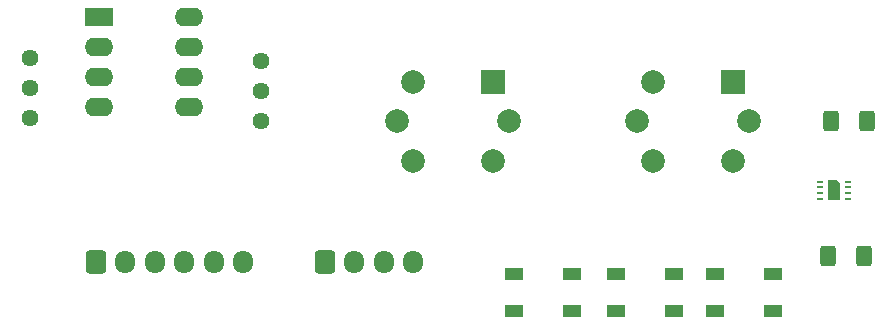
<source format=gbr>
%TF.GenerationSoftware,KiCad,Pcbnew,(6.0.4)*%
%TF.CreationDate,2022-06-03T19:19:18-06:00*%
%TF.ProjectId,Gas_Sensor_Module,4761735f-5365-46e7-936f-725f4d6f6475,rev?*%
%TF.SameCoordinates,Original*%
%TF.FileFunction,Soldermask,Bot*%
%TF.FilePolarity,Negative*%
%FSLAX46Y46*%
G04 Gerber Fmt 4.6, Leading zero omitted, Abs format (unit mm)*
G04 Created by KiCad (PCBNEW (6.0.4)) date 2022-06-03 19:19:18*
%MOMM*%
%LPD*%
G01*
G04 APERTURE LIST*
G04 Aperture macros list*
%AMRoundRect*
0 Rectangle with rounded corners*
0 $1 Rounding radius*
0 $2 $3 $4 $5 $6 $7 $8 $9 X,Y pos of 4 corners*
0 Add a 4 corners polygon primitive as box body*
4,1,4,$2,$3,$4,$5,$6,$7,$8,$9,$2,$3,0*
0 Add four circle primitives for the rounded corners*
1,1,$1+$1,$2,$3*
1,1,$1+$1,$4,$5*
1,1,$1+$1,$6,$7*
1,1,$1+$1,$8,$9*
0 Add four rect primitives between the rounded corners*
20,1,$1+$1,$2,$3,$4,$5,0*
20,1,$1+$1,$4,$5,$6,$7,0*
20,1,$1+$1,$6,$7,$8,$9,0*
20,1,$1+$1,$8,$9,$2,$3,0*%
%AMFreePoly0*
4,1,6,0.500000,-0.850000,-0.200000,-0.850000,-0.500000,-0.550000,-0.500000,0.850000,0.500000,0.850000,0.500000,-0.850000,0.500000,-0.850000,$1*%
G04 Aperture macros list end*
%ADD10R,2.400000X1.600000*%
%ADD11O,2.400000X1.600000*%
%ADD12R,1.500000X1.000000*%
%ADD13O,1.700000X1.950000*%
%ADD14RoundRect,0.250000X-0.600000X-0.725000X0.600000X-0.725000X0.600000X0.725000X-0.600000X0.725000X0*%
%ADD15R,0.550000X0.250000*%
%ADD16FreePoly0,180.000000*%
%ADD17RoundRect,0.250000X-0.400000X-0.625000X0.400000X-0.625000X0.400000X0.625000X-0.400000X0.625000X0*%
%ADD18C,1.440000*%
%ADD19R,2.000000X2.000000*%
%ADD20C,2.000000*%
G04 APERTURE END LIST*
D10*
%TO.C,LM358*%
X164069000Y-49540000D03*
D11*
X164069000Y-52080000D03*
X164069000Y-54620000D03*
X164069000Y-57160000D03*
X171689000Y-57160000D03*
X171689000Y-54620000D03*
X171689000Y-52080000D03*
X171689000Y-49540000D03*
%TD*%
D12*
%TO.C,D3*%
X212762000Y-71298000D03*
X212762000Y-74498000D03*
X207862000Y-74498000D03*
X207862000Y-71298000D03*
%TD*%
D13*
%TO.C,J1*%
X176330000Y-70358000D03*
X173830000Y-70358000D03*
X171330000Y-70358000D03*
X168830000Y-70358000D03*
X166330000Y-70358000D03*
D14*
X163830000Y-70358000D03*
%TD*%
D15*
%TO.C,U1*%
X227489000Y-63512000D03*
X227489000Y-64012000D03*
X227489000Y-64512000D03*
X227489000Y-65012000D03*
X225139000Y-65012000D03*
X225139000Y-64512000D03*
X225139000Y-64012000D03*
X225139000Y-63512000D03*
D16*
X226314000Y-64262000D03*
%TD*%
D17*
%TO.C,R9*%
X225780000Y-69850000D03*
X228880000Y-69850000D03*
%TD*%
%TO.C,R8*%
X226034000Y-58420000D03*
X229134000Y-58420000D03*
%TD*%
D14*
%TO.C,J2*%
X183193995Y-70312001D03*
D13*
X185693995Y-70312001D03*
X188193995Y-70312001D03*
X190693995Y-70312001D03*
%TD*%
D12*
%TO.C,D4*%
X204126000Y-71298000D03*
X204126000Y-74498000D03*
X199226000Y-74498000D03*
X199226000Y-71298000D03*
%TD*%
%TO.C,D2*%
X221144000Y-71298000D03*
X221144000Y-74498000D03*
X216244000Y-74498000D03*
X216244000Y-71298000D03*
%TD*%
D18*
%TO.C,POT2*%
X177800000Y-53330000D03*
X177800000Y-55870000D03*
X177800000Y-58410000D03*
%TD*%
%TO.C,POT1*%
X158242000Y-53075992D03*
X158242000Y-55615992D03*
X158242000Y-58155992D03*
%TD*%
D19*
%TO.C,MQ135*%
X217735988Y-55060012D03*
D20*
X219125988Y-58420012D03*
X217735988Y-61780012D03*
X211015988Y-61780012D03*
X209625988Y-58420012D03*
X211015988Y-55060012D03*
%TD*%
%TO.C,MQ2*%
X190696000Y-55060000D03*
X189306000Y-58420000D03*
X190696000Y-61780000D03*
X197416000Y-61780000D03*
X198806000Y-58420000D03*
D19*
X197416000Y-55060000D03*
%TD*%
M02*

</source>
